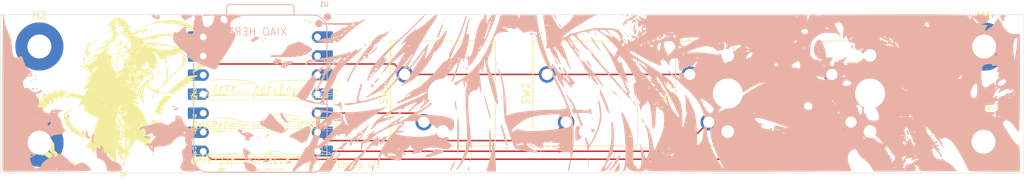
<source format=kicad_pcb>
(kicad_pcb (version 20241229) (generator "pcbnew") (generator_version "9.0")
  (layers (0 "F.Cu" signal) (2 "B.Cu" signal) (13 "F.Paste" user) (15 "B.Paste" user) (5 "F.SilkS" user "F.Silkscreen") (7 "B.SilkS" user "B.Silkscreen") (1 "F.Mask" user) (3 "B.Mask" user) (25 "Edge.Cuts" user))
  (net 0 "")
  (net 1 "GND")
  (net 2 "Net-(U1-GPIO6{slash}SDA)")
  (net 3 "Net-(U1-GPIO7{slash}SCL)")
  (net 4 "Net-(U1-GPIO0{slash}TX)")
  (net 5 "Net-(U1-GPIO1{slash}RX)")
  (net 7 "+5V")
  (footprint "MountingHole:MountingHole_3.2mm_M3_Pad" (layer "F.Cu") (at 124.999994 68.7)
    (property "Reference" "H2" (at 0 -4.15 0) (layer "F.SilkS"))
    (property "Value" "MountingHole")
    (pad "1" thru_hole circle (at 0 0) (size 6.4 6.4) (drill 3.2) (layers "*.Cu" "*.Mask"))
  )
  (footprint "Button_Switch_Keyboard:SW_Cherry_MX_1.00u_PCB" (layer "F.Cu") (at 211.719973 72.43 90)
    (property "Reference" "SW3" (at -2.54 -2.794 90) (layer "F.SilkS"))
    (property "Value" "SW_Push")
    (pad "" np_thru_hole circle (at -7.62 5.08 90) (size 1.7 1.7) (drill 1.7) (layers "*.Cu" "*.Mask"))
    (pad "" np_thru_hole circle (at -2.54 5.08 90) (size 4 4) (drill 4) (layers "*.Cu" "*.Mask"))
    (pad "" np_thru_hole circle (at 2.54 5.08 90) (size 1.7 1.7) (drill 1.7) (layers "*.Cu" "*.Mask"))
    (pad "1" thru_hole circle (at 0 0 90) (size 2.2 2.2) (drill 1.5) (layers "*.Cu" "*.Mask") (net 1 "GND"))
    (pad "2" thru_hole circle (at -6.35 2.54 90) (size 2.2 2.2) (drill 1.5) (layers "*.Cu" "*.Mask") (net 4 "Net-(U1-GPIO0{slash}TX)"))
  )
  (footprint "graphics:v364" (layer "F.Cu") (at 134.587979 75.666892)
    (property "Reference" "G***" (at 0 0 0) (layer "F.SilkS") (effects (font (size 1.5 1.5) (thickness 0.3))))
    (property "Value" "LOGO" (hide yes))
  )
  (footprint "MountingHole:MountingHole_3.2mm_M3_Pad" (layer "F.Cu") (at 125.025327 81.528954)
    (property "Reference" "H4" (at 0 -4.15 0) (layer "F.SilkS"))
    (property "Value" "MountingHole")
    (pad "1" thru_hole circle (at 0 0) (size 6.4 6.4) (drill 3.2) (layers "*.Cu" "*.Mask"))
  )
  (footprint "MountingHole:MountingHole_3.2mm_M3_Pad" (layer "F.Cu") (at 250.988567 68.713286)
    (property "Reference" "H1" (at 0 -4.15 0) (layer "F.SilkS"))
    (property "Value" "MountingHole")
    (pad "1" thru_hole circle (at 0 0) (size 6.4 6.4) (drill 3.2) (layers "*.Cu" "*.Mask"))
  )
  (footprint "Button_Switch_Keyboard:SW_Cherry_MX_1.00u_PCB" (layer "F.Cu") (at 192.699973 72.43 90)
    (property "Reference" "SW2" (at -2.54 -2.794 90) (layer "F.SilkS"))
    (property "Value" "SW_Push")
    (pad "" np_thru_hole circle (at -7.62 5.08 90) (size 1.7 1.7) (drill 1.7) (layers "*.Cu" "*.Mask"))
    (pad "" np_thru_hole circle (at -2.54 5.08 90) (size 4 4) (drill 4) (layers "*.Cu" "*.Mask"))
    (pad "" np_thru_hole circle (at 2.54 5.08 90) (size 1.7 1.7) (drill 1.7) (layers "*.Cu" "*.Mask"))
    (pad "1" thru_hole circle (at 0 0 90) (size 2.2 2.2) (drill 1.5) (layers "*.Cu" "*.Mask") (net 1 "GND"))
    (pad "2" thru_hole circle (at -6.35 2.54 90) (size 2.2 2.2) (drill 1.5) (layers "*.Cu" "*.Mask") (net 3 "Net-(U1-GPIO7{slash}SCL)"))
  )
  (footprint "Button_Switch_Keyboard:SW_Cherry_MX_1.00u_PCB" (layer "F.Cu") (at 230.689973 72.43 90)
    (property "Reference" "SW4" (at -2.54 -2.794 90) (layer "F.SilkS"))
    (property "Value" "SW_Push")
    (pad "" np_thru_hole circle (at -7.62 5.08 90) (size 1.7 1.7) (drill 1.7) (layers "*.Cu" "*.Mask"))
    (pad "" np_thru_hole circle (at -2.54 5.08 90) (size 4 4) (drill 4) (layers "*.Cu" "*.Mask"))
    (pad "" np_thru_hole circle (at 2.54 5.08 90) (size 1.7 1.7) (drill 1.7) (layers "*.Cu" "*.Mask"))
    (pad "1" thru_hole circle (at 0 0 90) (size 2.2 2.2) (drill 1.5) (layers "*.Cu" "*.Mask") (net 1 "GND"))
    (pad "2" thru_hole circle (at -6.35 2.54 90) (size 2.2 2.2) (drill 1.5) (layers "*.Cu" "*.Mask") (net 5 "Net-(U1-GPIO1{slash}RX)"))
  )
  (footprint "graphics:shm" (layer "F.Cu") (at 154.888287 79.324326)
    (property "Reference" "G***" (hide yes))
    (property "Value" "LOGO" (hide yes))
  )
  (footprint "MountingHole:MountingHole_3.2mm_M3_Pad" (layer "F.Cu") (at 250.899994 81.4)
    (property "Reference" "H3" (at 0 -4.15 0) (layer "F.SilkS"))
    (property "Value" "MountingHole")
    (pad "1" thru_hole circle (at 0 0) (size 6.4 6.4) (drill 3.2) (layers "*.Cu" "*.Mask"))
  )
  (footprint "Button_Switch_Keyboard:SW_Cherry_MX_1.00u_PCB" (layer "F.Cu") (at 173.719973 72.43 90)
    (property "Reference" "SW1" (at -2.54 -2.794 90) (layer "F.SilkS"))
    (property "Value" "SW_Push")
    (pad "" np_thru_hole circle (at -7.62 5.08 90) (size 1.7 1.7) (drill 1.7) (layers "*.Cu" "*.Mask"))
    (pad "" np_thru_hole circle (at -2.54 5.08 90) (size 4 4) (drill 4) (layers "*.Cu" "*.Mask"))
    (pad "" np_thru_hole circle (at 2.54 5.08 90) (size 1.7 1.7) (drill 1.7) (layers "*.Cu" "*.Mask"))
    (pad "1" thru_hole circle (at 0 0 90) (size 2.2 2.2) (drill 1.5) (layers "*.Cu" "*.Mask") (net 1 "GND"))
    (pad "2" thru_hole circle (at -6.35 2.54 90) (size 2.2 2.2) (drill 1.5) (layers "*.Cu" "*.Mask") (net 2 "Net-(U1-GPIO6{slash}SDA)"))
  )
  (footprint "graphics:v3" (layer "B.Cu") (at 187.916873 74.89583 180)
    (property "Reference" "G***" (hide yes))
    (property "Value" "LOGO" (hide yes))
  )
  (footprint "Seeed Studio XIAO Series Library:XIAO-RP2040-DIP" (layer "B.Cu") (at 154.467089 75.05 180)
    (property "Reference" "U1" (at -8.5 12 0) (layer "B.SilkS") (effects (font (size 0.635 0.635) (thickness 0.1016)) (justify mirror)))
    (property "Value" "XIAO-RP2040-DIP")
    (pad "1" smd roundrect (at -8.455 7.62) (size 2.432 1.524) (layers "B.Cu" "B.Mask") (roundrect_rratio 0.1))
    (pad "1" thru_hole circle (at -7.62 7.62) (size 1.524 1.524) (drill 0.889) (layers "*.Cu" "*.Mask"))
    (pad "2" smd roundrect (at -8.455 5.08) (size 2.432 1.524) (layers "B.Cu" "B.Mask") (roundrect_rratio 0.1))
    (pad "2" thru_hole circle (at -7.62 5.08) (size 1.524 1.524) (drill 0.889) (layers "*.Cu" "*.Mask"))
    (pad "3" smd roundrect (at -8.455 2.54) (size 2.432 1.524) (layers "B.Cu" "B.Mask") (roundrect_rratio 0.1))
    (pad "3" thru_hole circle (at -7.62 2.54) (size 1.524 1.524) (drill 0.889) (layers "*.Cu" "*.Mask"))
    (pad "4" smd roundrect (at -8.455 0) (size 2.432 1.524) (layers "B.Cu" "B.Mask") (roundrect_rratio 0.1))
    (pad "4" thru_hole circle (at -7.62 0) (size 1.524 1.524) (drill 0.889) (layers "*.Cu" "*.Mask"))
    (pad "5" smd roundrect (at -8.455 -2.54) (size 2.432 1.524) (layers "B.Cu" "B.Mask") (roundrect_rratio 0.1) (net 2 "Net-(U1-GPIO6{slash}SDA)"))
    (pad "5" thru_hole circle (at -7.62 -2.54) (size 1.524 1.524) (drill 0.889) (layers "*.Cu" "*.Mask") (net 2 "Net-(U1-GPIO6{slash}SDA)"))
    (pad "6" smd roundrect (at -8.455 -5.08) (size 2.432 1.524) (layers "B.Cu" "B.Mask") (roundrect_rratio 0.1) (net 3 "Net-(U1-GPIO7{slash}SCL)"))
    (pad "6" thru_hole circle (at -7.62 -5.08) (size 1.524 1.524) (drill 0.889) (layers "*.Cu" "*.Mask") (net 3 "Net-(U1-GPIO7{slash}SCL)"))
    (pad "7" smd roundrect (at -8.455 -7.62) (size 2.432 1.524) (layers "B.Cu" "B.Mask") (roundrect_rratio 0.1) (net 4 "Net-(U1-GPIO0{slash}TX)"))
    (pad "7" thru_hole circle (at -7.62 -7.62) (size 1.524 1.524) (drill 0.889) (layers "*.Cu" "*.Mask") (net 4 "Net-(U1-GPIO0{slash}TX)"))
    (pad "8" thru_hole circle (at 7.62 -7.62 180) (size 1.524 1.524) (drill 0.889) (layers "*.Cu" "*.Mask") (net 5 "Net-(U1-GPIO1{slash}RX)"))
    (pad "8" smd roundrect (at 8.455 -7.62 180) (size 2.432 1.524) (layers "B.Cu" "B.Mask") (roundrect_rratio 0.1) (net 5 "Net-(U1-GPIO1{slash}RX)"))
    (pad "9" thru_hole circle (at 7.62 -5.08 180) (size 1.524 1.524) (drill 0.889) (layers "*.Cu" "*.Mask"))
    (pad "9" smd roundrect (at 8.455 -5.08 180) (size 2.432 1.524) (layers "B.Cu" "B.Mask") (roundrect_rratio 0.1))
    (pad "10" thru_hole circle (at 7.62 -2.54 180) (size 1.524 1.524) (drill 0.889) (layers "*.Cu" "*.Mask"))
    (pad "10" smd roundrect (at 8.455 -2.54 180) (size 2.432 1.524) (layers "B.Cu" "B.Mask") (roundrect_rratio 0.1))
    (pad "11" thru_hole circle (at 7.62 0 180) (size 1.524 1.524) (drill 0.889) (layers "*.Cu" "*.Mask"))
    (pad "11" smd roundrect (at 8.455 0 180) (size 2.432 1.524) (layers "B.Cu" "B.Mask") (roundrect_rratio 0.1))
    (pad "12" thru_hole circle (at 7.62 2.54 180) (size 1.524 1.524) (drill 0.889) (layers "*.Cu" "*.Mask"))
    (pad "12" smd roundrect (at 8.455 2.54 180) (size 2.432 1.524) (layers "B.Cu" "B.Mask") (roundrect_rratio 0.1))
    (pad "13" thru_hole circle (at 7.62 5.08 180) (size 1.524 1.524) (drill 0.889) (layers "*.Cu" "*.Mask") (net 1 "GND"))
    (pad "13" smd roundrect (at 8.455 5.08 180) (size 2.432 1.524) (layers "B.Cu" "B.Mask") (roundrect_rratio 0.1) (net 1 "GND"))
    (pad "14" thru_hole circle (at 7.62 7.62 180) (size 1.524 1.524) (drill 0.889) (layers "*.Cu" "*.Mask") (net 7 "+5V"))
    (pad "14" smd roundrect (at 8.455 7.62 180) (size 2.432 1.524) (layers "B.Cu" "B.Mask") (roundrect_rratio 0.1) (net 7 "+5V"))
  )
  (gr_rect (start 119.774328 64.469081) (end 256.293741 85.565275) (stroke (width 0.05)) (fill no) (layer "Edge.Cuts"))
  (gr_text "Deus v3" (at 164.719996 85.1 0) (layer "F.SilkS") (effects (font (size 1 1) (thickness 0.1)) (justify left bottom)))
  (gr_text "XIAO HERE" (at 158.108113 67.318732 0) (layer "B.SilkS") (effects (font (size 1 1) (thickness 0.1)) (justify left bottom mirror)))
  (segment (start 192.699973 72.43) (end 211.719973 72.43) (width 0.2) (layer "F.Cu") (net 1))
  (segment (start 211.719973 72.43) (end 230.689973 72.43) (width 0.2) (layer "F.Cu") (net 1))
  (segment (start 173.719973 72.43) (end 192.699973 72.43) (width 0.2) (layer "F.Cu") (net 1))
  (segment (start 146.847089 69.97) (end 147.910089 71.033) (width 0.2) (layer "F.Cu") (net 1))
  (segment (start 147.910089 71.033) (end 172.322973 71.033) (width 0.2) (layer "F.Cu") (net 1))
  (segment (start 172.322973 71.033) (end 173.719973 72.43) (width 0.2) (layer "F.Cu") (net 1))
  (segment (start 162.087089 77.59) (end 175.069973 77.59) (width 0.2) (layer "F.Cu") (net 2))
  (segment (start 175.069973 77.59) (end 176.259973 78.78) (width 0.2) (layer "F.Cu") (net 2))
  (segment (start 163.208089 81.251) (end 192.768973 81.251) (width 0.2) (layer "F.Cu") (net 3))
  (segment (start 162.087089 80.13) (end 163.208089 81.251) (width 0.2) (layer "F.Cu") (net 3))
  (segment (start 192.768973 81.251) (end 195.239973 78.78) (width 0.2) (layer "F.Cu") (net 3))
  (segment (start 210.369973 82.67) (end 214.259973 78.78) (width 0.2) (layer "F.Cu") (net 4))
  (segment (start 162.087089 82.67) (end 210.369973 82.67) (width 0.2) (layer "F.Cu") (net 4))
  (segment (start 228.276973 83.733) (end 233.229973 78.78) (width 0.2) (layer "F.Cu") (net 5))
  (segment (start 146.847089 82.67) (end 147.910089 83.733) (width 0.2) (layer "F.Cu") (net 5))
  (segment (start 147.910089 83.733) (end 228.276973 83.733) (width 0.2) (layer "F.Cu") (net 5))
)
</source>
